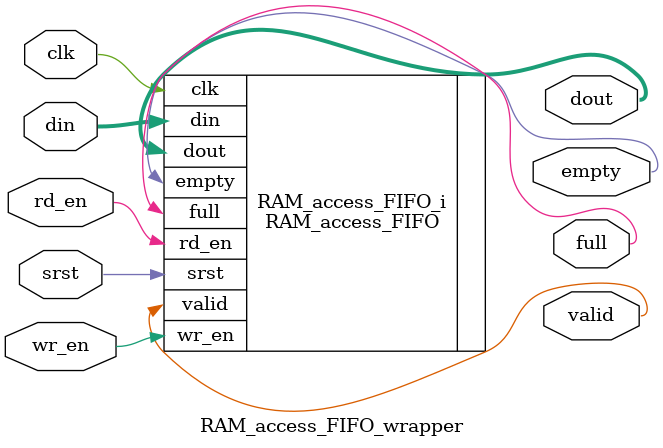
<source format=v>
`timescale 1 ps / 1 ps

module RAM_access_FIFO_wrapper
   (clk,
    din,
    dout,
    empty,
    full,
    rd_en,
    srst,
    valid,
    wr_en);
  input clk;
  input [37:0]din;
  output [37:0]dout;
  output empty;
  output full;
  input rd_en;
  input srst;
  output valid;
  input wr_en;

  wire clk;
  wire [37:0]din;
  wire [37:0]dout;
  wire empty;
  wire full;
  wire rd_en;
  wire srst;
  wire valid;
  wire wr_en;

  RAM_access_FIFO RAM_access_FIFO_i
       (.clk(clk),
        .din(din),
        .dout(dout),
        .empty(empty),
        .full(full),
        .rd_en(rd_en),
        .srst(srst),
        .valid(valid),
        .wr_en(wr_en));
endmodule

</source>
